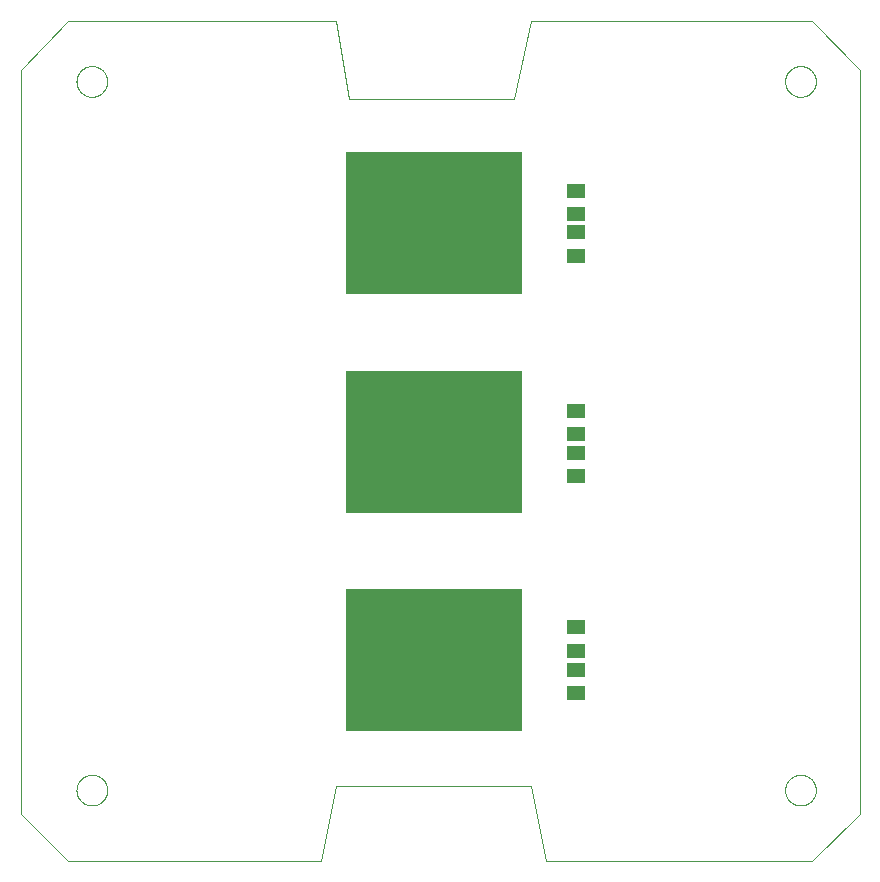
<source format=gbp>
G75*
%MOIN*%
%OFA0B0*%
%FSLAX25Y25*%
%IPPOS*%
%LPD*%
%AMOC8*
5,1,8,0,0,1.08239X$1,22.5*
%
%ADD10C,0.00000*%
%ADD11R,0.05906X0.05118*%
%ADD12R,0.59055X0.47244*%
D10*
X0024471Y0016748D02*
X0024471Y0264780D01*
X0040219Y0281000D01*
X0129471Y0281000D01*
X0133971Y0255000D01*
X0188971Y0255000D01*
X0194471Y0281000D01*
X0288250Y0281000D01*
X0303998Y0264780D01*
X0303998Y0016748D01*
X0288250Y0001000D01*
X0199471Y0001000D01*
X0194471Y0026000D01*
X0129471Y0026000D01*
X0124471Y0001000D01*
X0040219Y0001000D01*
X0024471Y0016748D01*
X0042975Y0024622D02*
X0042977Y0024765D01*
X0042983Y0024908D01*
X0042993Y0025050D01*
X0043007Y0025192D01*
X0043025Y0025334D01*
X0043047Y0025476D01*
X0043072Y0025616D01*
X0043102Y0025756D01*
X0043136Y0025895D01*
X0043173Y0026033D01*
X0043215Y0026170D01*
X0043260Y0026305D01*
X0043309Y0026439D01*
X0043361Y0026572D01*
X0043417Y0026704D01*
X0043477Y0026833D01*
X0043541Y0026961D01*
X0043608Y0027088D01*
X0043679Y0027212D01*
X0043753Y0027334D01*
X0043830Y0027454D01*
X0043911Y0027572D01*
X0043995Y0027688D01*
X0044082Y0027801D01*
X0044172Y0027912D01*
X0044266Y0028020D01*
X0044362Y0028126D01*
X0044461Y0028228D01*
X0044564Y0028328D01*
X0044668Y0028425D01*
X0044776Y0028520D01*
X0044886Y0028611D01*
X0044999Y0028699D01*
X0045114Y0028783D01*
X0045231Y0028865D01*
X0045351Y0028943D01*
X0045472Y0029018D01*
X0045596Y0029090D01*
X0045722Y0029158D01*
X0045849Y0029222D01*
X0045979Y0029283D01*
X0046110Y0029340D01*
X0046242Y0029394D01*
X0046376Y0029443D01*
X0046511Y0029490D01*
X0046648Y0029532D01*
X0046786Y0029570D01*
X0046924Y0029605D01*
X0047064Y0029635D01*
X0047204Y0029662D01*
X0047345Y0029685D01*
X0047487Y0029704D01*
X0047629Y0029719D01*
X0047772Y0029730D01*
X0047914Y0029737D01*
X0048057Y0029740D01*
X0048200Y0029739D01*
X0048343Y0029734D01*
X0048486Y0029725D01*
X0048628Y0029712D01*
X0048770Y0029695D01*
X0048911Y0029674D01*
X0049052Y0029649D01*
X0049192Y0029621D01*
X0049331Y0029588D01*
X0049469Y0029551D01*
X0049606Y0029511D01*
X0049742Y0029467D01*
X0049877Y0029419D01*
X0050010Y0029367D01*
X0050142Y0029312D01*
X0050272Y0029253D01*
X0050401Y0029190D01*
X0050527Y0029124D01*
X0050652Y0029054D01*
X0050775Y0028981D01*
X0050895Y0028905D01*
X0051014Y0028825D01*
X0051130Y0028741D01*
X0051244Y0028655D01*
X0051355Y0028565D01*
X0051464Y0028473D01*
X0051570Y0028377D01*
X0051674Y0028279D01*
X0051775Y0028177D01*
X0051872Y0028073D01*
X0051967Y0027966D01*
X0052059Y0027857D01*
X0052148Y0027745D01*
X0052234Y0027630D01*
X0052316Y0027514D01*
X0052395Y0027394D01*
X0052471Y0027273D01*
X0052543Y0027150D01*
X0052612Y0027025D01*
X0052677Y0026898D01*
X0052739Y0026769D01*
X0052797Y0026638D01*
X0052852Y0026506D01*
X0052902Y0026372D01*
X0052949Y0026237D01*
X0052993Y0026101D01*
X0053032Y0025964D01*
X0053067Y0025825D01*
X0053099Y0025686D01*
X0053127Y0025546D01*
X0053151Y0025405D01*
X0053171Y0025263D01*
X0053187Y0025121D01*
X0053199Y0024979D01*
X0053207Y0024836D01*
X0053211Y0024693D01*
X0053211Y0024551D01*
X0053207Y0024408D01*
X0053199Y0024265D01*
X0053187Y0024123D01*
X0053171Y0023981D01*
X0053151Y0023839D01*
X0053127Y0023698D01*
X0053099Y0023558D01*
X0053067Y0023419D01*
X0053032Y0023280D01*
X0052993Y0023143D01*
X0052949Y0023007D01*
X0052902Y0022872D01*
X0052852Y0022738D01*
X0052797Y0022606D01*
X0052739Y0022475D01*
X0052677Y0022346D01*
X0052612Y0022219D01*
X0052543Y0022094D01*
X0052471Y0021971D01*
X0052395Y0021850D01*
X0052316Y0021730D01*
X0052234Y0021614D01*
X0052148Y0021499D01*
X0052059Y0021387D01*
X0051967Y0021278D01*
X0051872Y0021171D01*
X0051775Y0021067D01*
X0051674Y0020965D01*
X0051570Y0020867D01*
X0051464Y0020771D01*
X0051355Y0020679D01*
X0051244Y0020589D01*
X0051130Y0020503D01*
X0051014Y0020419D01*
X0050895Y0020339D01*
X0050775Y0020263D01*
X0050652Y0020190D01*
X0050527Y0020120D01*
X0050401Y0020054D01*
X0050272Y0019991D01*
X0050142Y0019932D01*
X0050010Y0019877D01*
X0049877Y0019825D01*
X0049742Y0019777D01*
X0049606Y0019733D01*
X0049469Y0019693D01*
X0049331Y0019656D01*
X0049192Y0019623D01*
X0049052Y0019595D01*
X0048911Y0019570D01*
X0048770Y0019549D01*
X0048628Y0019532D01*
X0048486Y0019519D01*
X0048343Y0019510D01*
X0048200Y0019505D01*
X0048057Y0019504D01*
X0047914Y0019507D01*
X0047772Y0019514D01*
X0047629Y0019525D01*
X0047487Y0019540D01*
X0047345Y0019559D01*
X0047204Y0019582D01*
X0047064Y0019609D01*
X0046924Y0019639D01*
X0046786Y0019674D01*
X0046648Y0019712D01*
X0046511Y0019754D01*
X0046376Y0019801D01*
X0046242Y0019850D01*
X0046110Y0019904D01*
X0045979Y0019961D01*
X0045849Y0020022D01*
X0045722Y0020086D01*
X0045596Y0020154D01*
X0045472Y0020226D01*
X0045351Y0020301D01*
X0045231Y0020379D01*
X0045114Y0020461D01*
X0044999Y0020545D01*
X0044886Y0020633D01*
X0044776Y0020724D01*
X0044668Y0020819D01*
X0044564Y0020916D01*
X0044461Y0021016D01*
X0044362Y0021118D01*
X0044266Y0021224D01*
X0044172Y0021332D01*
X0044082Y0021443D01*
X0043995Y0021556D01*
X0043911Y0021672D01*
X0043830Y0021790D01*
X0043753Y0021910D01*
X0043679Y0022032D01*
X0043608Y0022156D01*
X0043541Y0022283D01*
X0043477Y0022411D01*
X0043417Y0022540D01*
X0043361Y0022672D01*
X0043309Y0022805D01*
X0043260Y0022939D01*
X0043215Y0023074D01*
X0043173Y0023211D01*
X0043136Y0023349D01*
X0043102Y0023488D01*
X0043072Y0023628D01*
X0043047Y0023768D01*
X0043025Y0023910D01*
X0043007Y0024052D01*
X0042993Y0024194D01*
X0042983Y0024336D01*
X0042977Y0024479D01*
X0042975Y0024622D01*
X0279195Y0024622D02*
X0279197Y0024765D01*
X0279203Y0024908D01*
X0279213Y0025050D01*
X0279227Y0025192D01*
X0279245Y0025334D01*
X0279267Y0025476D01*
X0279292Y0025616D01*
X0279322Y0025756D01*
X0279356Y0025895D01*
X0279393Y0026033D01*
X0279435Y0026170D01*
X0279480Y0026305D01*
X0279529Y0026439D01*
X0279581Y0026572D01*
X0279637Y0026704D01*
X0279697Y0026833D01*
X0279761Y0026961D01*
X0279828Y0027088D01*
X0279899Y0027212D01*
X0279973Y0027334D01*
X0280050Y0027454D01*
X0280131Y0027572D01*
X0280215Y0027688D01*
X0280302Y0027801D01*
X0280392Y0027912D01*
X0280486Y0028020D01*
X0280582Y0028126D01*
X0280681Y0028228D01*
X0280784Y0028328D01*
X0280888Y0028425D01*
X0280996Y0028520D01*
X0281106Y0028611D01*
X0281219Y0028699D01*
X0281334Y0028783D01*
X0281451Y0028865D01*
X0281571Y0028943D01*
X0281692Y0029018D01*
X0281816Y0029090D01*
X0281942Y0029158D01*
X0282069Y0029222D01*
X0282199Y0029283D01*
X0282330Y0029340D01*
X0282462Y0029394D01*
X0282596Y0029443D01*
X0282731Y0029490D01*
X0282868Y0029532D01*
X0283006Y0029570D01*
X0283144Y0029605D01*
X0283284Y0029635D01*
X0283424Y0029662D01*
X0283565Y0029685D01*
X0283707Y0029704D01*
X0283849Y0029719D01*
X0283992Y0029730D01*
X0284134Y0029737D01*
X0284277Y0029740D01*
X0284420Y0029739D01*
X0284563Y0029734D01*
X0284706Y0029725D01*
X0284848Y0029712D01*
X0284990Y0029695D01*
X0285131Y0029674D01*
X0285272Y0029649D01*
X0285412Y0029621D01*
X0285551Y0029588D01*
X0285689Y0029551D01*
X0285826Y0029511D01*
X0285962Y0029467D01*
X0286097Y0029419D01*
X0286230Y0029367D01*
X0286362Y0029312D01*
X0286492Y0029253D01*
X0286621Y0029190D01*
X0286747Y0029124D01*
X0286872Y0029054D01*
X0286995Y0028981D01*
X0287115Y0028905D01*
X0287234Y0028825D01*
X0287350Y0028741D01*
X0287464Y0028655D01*
X0287575Y0028565D01*
X0287684Y0028473D01*
X0287790Y0028377D01*
X0287894Y0028279D01*
X0287995Y0028177D01*
X0288092Y0028073D01*
X0288187Y0027966D01*
X0288279Y0027857D01*
X0288368Y0027745D01*
X0288454Y0027630D01*
X0288536Y0027514D01*
X0288615Y0027394D01*
X0288691Y0027273D01*
X0288763Y0027150D01*
X0288832Y0027025D01*
X0288897Y0026898D01*
X0288959Y0026769D01*
X0289017Y0026638D01*
X0289072Y0026506D01*
X0289122Y0026372D01*
X0289169Y0026237D01*
X0289213Y0026101D01*
X0289252Y0025964D01*
X0289287Y0025825D01*
X0289319Y0025686D01*
X0289347Y0025546D01*
X0289371Y0025405D01*
X0289391Y0025263D01*
X0289407Y0025121D01*
X0289419Y0024979D01*
X0289427Y0024836D01*
X0289431Y0024693D01*
X0289431Y0024551D01*
X0289427Y0024408D01*
X0289419Y0024265D01*
X0289407Y0024123D01*
X0289391Y0023981D01*
X0289371Y0023839D01*
X0289347Y0023698D01*
X0289319Y0023558D01*
X0289287Y0023419D01*
X0289252Y0023280D01*
X0289213Y0023143D01*
X0289169Y0023007D01*
X0289122Y0022872D01*
X0289072Y0022738D01*
X0289017Y0022606D01*
X0288959Y0022475D01*
X0288897Y0022346D01*
X0288832Y0022219D01*
X0288763Y0022094D01*
X0288691Y0021971D01*
X0288615Y0021850D01*
X0288536Y0021730D01*
X0288454Y0021614D01*
X0288368Y0021499D01*
X0288279Y0021387D01*
X0288187Y0021278D01*
X0288092Y0021171D01*
X0287995Y0021067D01*
X0287894Y0020965D01*
X0287790Y0020867D01*
X0287684Y0020771D01*
X0287575Y0020679D01*
X0287464Y0020589D01*
X0287350Y0020503D01*
X0287234Y0020419D01*
X0287115Y0020339D01*
X0286995Y0020263D01*
X0286872Y0020190D01*
X0286747Y0020120D01*
X0286621Y0020054D01*
X0286492Y0019991D01*
X0286362Y0019932D01*
X0286230Y0019877D01*
X0286097Y0019825D01*
X0285962Y0019777D01*
X0285826Y0019733D01*
X0285689Y0019693D01*
X0285551Y0019656D01*
X0285412Y0019623D01*
X0285272Y0019595D01*
X0285131Y0019570D01*
X0284990Y0019549D01*
X0284848Y0019532D01*
X0284706Y0019519D01*
X0284563Y0019510D01*
X0284420Y0019505D01*
X0284277Y0019504D01*
X0284134Y0019507D01*
X0283992Y0019514D01*
X0283849Y0019525D01*
X0283707Y0019540D01*
X0283565Y0019559D01*
X0283424Y0019582D01*
X0283284Y0019609D01*
X0283144Y0019639D01*
X0283006Y0019674D01*
X0282868Y0019712D01*
X0282731Y0019754D01*
X0282596Y0019801D01*
X0282462Y0019850D01*
X0282330Y0019904D01*
X0282199Y0019961D01*
X0282069Y0020022D01*
X0281942Y0020086D01*
X0281816Y0020154D01*
X0281692Y0020226D01*
X0281571Y0020301D01*
X0281451Y0020379D01*
X0281334Y0020461D01*
X0281219Y0020545D01*
X0281106Y0020633D01*
X0280996Y0020724D01*
X0280888Y0020819D01*
X0280784Y0020916D01*
X0280681Y0021016D01*
X0280582Y0021118D01*
X0280486Y0021224D01*
X0280392Y0021332D01*
X0280302Y0021443D01*
X0280215Y0021556D01*
X0280131Y0021672D01*
X0280050Y0021790D01*
X0279973Y0021910D01*
X0279899Y0022032D01*
X0279828Y0022156D01*
X0279761Y0022283D01*
X0279697Y0022411D01*
X0279637Y0022540D01*
X0279581Y0022672D01*
X0279529Y0022805D01*
X0279480Y0022939D01*
X0279435Y0023074D01*
X0279393Y0023211D01*
X0279356Y0023349D01*
X0279322Y0023488D01*
X0279292Y0023628D01*
X0279267Y0023768D01*
X0279245Y0023910D01*
X0279227Y0024052D01*
X0279213Y0024194D01*
X0279203Y0024336D01*
X0279197Y0024479D01*
X0279195Y0024622D01*
X0279195Y0260843D02*
X0279197Y0260986D01*
X0279203Y0261129D01*
X0279213Y0261271D01*
X0279227Y0261413D01*
X0279245Y0261555D01*
X0279267Y0261697D01*
X0279292Y0261837D01*
X0279322Y0261977D01*
X0279356Y0262116D01*
X0279393Y0262254D01*
X0279435Y0262391D01*
X0279480Y0262526D01*
X0279529Y0262660D01*
X0279581Y0262793D01*
X0279637Y0262925D01*
X0279697Y0263054D01*
X0279761Y0263182D01*
X0279828Y0263309D01*
X0279899Y0263433D01*
X0279973Y0263555D01*
X0280050Y0263675D01*
X0280131Y0263793D01*
X0280215Y0263909D01*
X0280302Y0264022D01*
X0280392Y0264133D01*
X0280486Y0264241D01*
X0280582Y0264347D01*
X0280681Y0264449D01*
X0280784Y0264549D01*
X0280888Y0264646D01*
X0280996Y0264741D01*
X0281106Y0264832D01*
X0281219Y0264920D01*
X0281334Y0265004D01*
X0281451Y0265086D01*
X0281571Y0265164D01*
X0281692Y0265239D01*
X0281816Y0265311D01*
X0281942Y0265379D01*
X0282069Y0265443D01*
X0282199Y0265504D01*
X0282330Y0265561D01*
X0282462Y0265615D01*
X0282596Y0265664D01*
X0282731Y0265711D01*
X0282868Y0265753D01*
X0283006Y0265791D01*
X0283144Y0265826D01*
X0283284Y0265856D01*
X0283424Y0265883D01*
X0283565Y0265906D01*
X0283707Y0265925D01*
X0283849Y0265940D01*
X0283992Y0265951D01*
X0284134Y0265958D01*
X0284277Y0265961D01*
X0284420Y0265960D01*
X0284563Y0265955D01*
X0284706Y0265946D01*
X0284848Y0265933D01*
X0284990Y0265916D01*
X0285131Y0265895D01*
X0285272Y0265870D01*
X0285412Y0265842D01*
X0285551Y0265809D01*
X0285689Y0265772D01*
X0285826Y0265732D01*
X0285962Y0265688D01*
X0286097Y0265640D01*
X0286230Y0265588D01*
X0286362Y0265533D01*
X0286492Y0265474D01*
X0286621Y0265411D01*
X0286747Y0265345D01*
X0286872Y0265275D01*
X0286995Y0265202D01*
X0287115Y0265126D01*
X0287234Y0265046D01*
X0287350Y0264962D01*
X0287464Y0264876D01*
X0287575Y0264786D01*
X0287684Y0264694D01*
X0287790Y0264598D01*
X0287894Y0264500D01*
X0287995Y0264398D01*
X0288092Y0264294D01*
X0288187Y0264187D01*
X0288279Y0264078D01*
X0288368Y0263966D01*
X0288454Y0263851D01*
X0288536Y0263735D01*
X0288615Y0263615D01*
X0288691Y0263494D01*
X0288763Y0263371D01*
X0288832Y0263246D01*
X0288897Y0263119D01*
X0288959Y0262990D01*
X0289017Y0262859D01*
X0289072Y0262727D01*
X0289122Y0262593D01*
X0289169Y0262458D01*
X0289213Y0262322D01*
X0289252Y0262185D01*
X0289287Y0262046D01*
X0289319Y0261907D01*
X0289347Y0261767D01*
X0289371Y0261626D01*
X0289391Y0261484D01*
X0289407Y0261342D01*
X0289419Y0261200D01*
X0289427Y0261057D01*
X0289431Y0260914D01*
X0289431Y0260772D01*
X0289427Y0260629D01*
X0289419Y0260486D01*
X0289407Y0260344D01*
X0289391Y0260202D01*
X0289371Y0260060D01*
X0289347Y0259919D01*
X0289319Y0259779D01*
X0289287Y0259640D01*
X0289252Y0259501D01*
X0289213Y0259364D01*
X0289169Y0259228D01*
X0289122Y0259093D01*
X0289072Y0258959D01*
X0289017Y0258827D01*
X0288959Y0258696D01*
X0288897Y0258567D01*
X0288832Y0258440D01*
X0288763Y0258315D01*
X0288691Y0258192D01*
X0288615Y0258071D01*
X0288536Y0257951D01*
X0288454Y0257835D01*
X0288368Y0257720D01*
X0288279Y0257608D01*
X0288187Y0257499D01*
X0288092Y0257392D01*
X0287995Y0257288D01*
X0287894Y0257186D01*
X0287790Y0257088D01*
X0287684Y0256992D01*
X0287575Y0256900D01*
X0287464Y0256810D01*
X0287350Y0256724D01*
X0287234Y0256640D01*
X0287115Y0256560D01*
X0286995Y0256484D01*
X0286872Y0256411D01*
X0286747Y0256341D01*
X0286621Y0256275D01*
X0286492Y0256212D01*
X0286362Y0256153D01*
X0286230Y0256098D01*
X0286097Y0256046D01*
X0285962Y0255998D01*
X0285826Y0255954D01*
X0285689Y0255914D01*
X0285551Y0255877D01*
X0285412Y0255844D01*
X0285272Y0255816D01*
X0285131Y0255791D01*
X0284990Y0255770D01*
X0284848Y0255753D01*
X0284706Y0255740D01*
X0284563Y0255731D01*
X0284420Y0255726D01*
X0284277Y0255725D01*
X0284134Y0255728D01*
X0283992Y0255735D01*
X0283849Y0255746D01*
X0283707Y0255761D01*
X0283565Y0255780D01*
X0283424Y0255803D01*
X0283284Y0255830D01*
X0283144Y0255860D01*
X0283006Y0255895D01*
X0282868Y0255933D01*
X0282731Y0255975D01*
X0282596Y0256022D01*
X0282462Y0256071D01*
X0282330Y0256125D01*
X0282199Y0256182D01*
X0282069Y0256243D01*
X0281942Y0256307D01*
X0281816Y0256375D01*
X0281692Y0256447D01*
X0281571Y0256522D01*
X0281451Y0256600D01*
X0281334Y0256682D01*
X0281219Y0256766D01*
X0281106Y0256854D01*
X0280996Y0256945D01*
X0280888Y0257040D01*
X0280784Y0257137D01*
X0280681Y0257237D01*
X0280582Y0257339D01*
X0280486Y0257445D01*
X0280392Y0257553D01*
X0280302Y0257664D01*
X0280215Y0257777D01*
X0280131Y0257893D01*
X0280050Y0258011D01*
X0279973Y0258131D01*
X0279899Y0258253D01*
X0279828Y0258377D01*
X0279761Y0258504D01*
X0279697Y0258632D01*
X0279637Y0258761D01*
X0279581Y0258893D01*
X0279529Y0259026D01*
X0279480Y0259160D01*
X0279435Y0259295D01*
X0279393Y0259432D01*
X0279356Y0259570D01*
X0279322Y0259709D01*
X0279292Y0259849D01*
X0279267Y0259989D01*
X0279245Y0260131D01*
X0279227Y0260273D01*
X0279213Y0260415D01*
X0279203Y0260557D01*
X0279197Y0260700D01*
X0279195Y0260843D01*
X0042975Y0260843D02*
X0042977Y0260986D01*
X0042983Y0261129D01*
X0042993Y0261271D01*
X0043007Y0261413D01*
X0043025Y0261555D01*
X0043047Y0261697D01*
X0043072Y0261837D01*
X0043102Y0261977D01*
X0043136Y0262116D01*
X0043173Y0262254D01*
X0043215Y0262391D01*
X0043260Y0262526D01*
X0043309Y0262660D01*
X0043361Y0262793D01*
X0043417Y0262925D01*
X0043477Y0263054D01*
X0043541Y0263182D01*
X0043608Y0263309D01*
X0043679Y0263433D01*
X0043753Y0263555D01*
X0043830Y0263675D01*
X0043911Y0263793D01*
X0043995Y0263909D01*
X0044082Y0264022D01*
X0044172Y0264133D01*
X0044266Y0264241D01*
X0044362Y0264347D01*
X0044461Y0264449D01*
X0044564Y0264549D01*
X0044668Y0264646D01*
X0044776Y0264741D01*
X0044886Y0264832D01*
X0044999Y0264920D01*
X0045114Y0265004D01*
X0045231Y0265086D01*
X0045351Y0265164D01*
X0045472Y0265239D01*
X0045596Y0265311D01*
X0045722Y0265379D01*
X0045849Y0265443D01*
X0045979Y0265504D01*
X0046110Y0265561D01*
X0046242Y0265615D01*
X0046376Y0265664D01*
X0046511Y0265711D01*
X0046648Y0265753D01*
X0046786Y0265791D01*
X0046924Y0265826D01*
X0047064Y0265856D01*
X0047204Y0265883D01*
X0047345Y0265906D01*
X0047487Y0265925D01*
X0047629Y0265940D01*
X0047772Y0265951D01*
X0047914Y0265958D01*
X0048057Y0265961D01*
X0048200Y0265960D01*
X0048343Y0265955D01*
X0048486Y0265946D01*
X0048628Y0265933D01*
X0048770Y0265916D01*
X0048911Y0265895D01*
X0049052Y0265870D01*
X0049192Y0265842D01*
X0049331Y0265809D01*
X0049469Y0265772D01*
X0049606Y0265732D01*
X0049742Y0265688D01*
X0049877Y0265640D01*
X0050010Y0265588D01*
X0050142Y0265533D01*
X0050272Y0265474D01*
X0050401Y0265411D01*
X0050527Y0265345D01*
X0050652Y0265275D01*
X0050775Y0265202D01*
X0050895Y0265126D01*
X0051014Y0265046D01*
X0051130Y0264962D01*
X0051244Y0264876D01*
X0051355Y0264786D01*
X0051464Y0264694D01*
X0051570Y0264598D01*
X0051674Y0264500D01*
X0051775Y0264398D01*
X0051872Y0264294D01*
X0051967Y0264187D01*
X0052059Y0264078D01*
X0052148Y0263966D01*
X0052234Y0263851D01*
X0052316Y0263735D01*
X0052395Y0263615D01*
X0052471Y0263494D01*
X0052543Y0263371D01*
X0052612Y0263246D01*
X0052677Y0263119D01*
X0052739Y0262990D01*
X0052797Y0262859D01*
X0052852Y0262727D01*
X0052902Y0262593D01*
X0052949Y0262458D01*
X0052993Y0262322D01*
X0053032Y0262185D01*
X0053067Y0262046D01*
X0053099Y0261907D01*
X0053127Y0261767D01*
X0053151Y0261626D01*
X0053171Y0261484D01*
X0053187Y0261342D01*
X0053199Y0261200D01*
X0053207Y0261057D01*
X0053211Y0260914D01*
X0053211Y0260772D01*
X0053207Y0260629D01*
X0053199Y0260486D01*
X0053187Y0260344D01*
X0053171Y0260202D01*
X0053151Y0260060D01*
X0053127Y0259919D01*
X0053099Y0259779D01*
X0053067Y0259640D01*
X0053032Y0259501D01*
X0052993Y0259364D01*
X0052949Y0259228D01*
X0052902Y0259093D01*
X0052852Y0258959D01*
X0052797Y0258827D01*
X0052739Y0258696D01*
X0052677Y0258567D01*
X0052612Y0258440D01*
X0052543Y0258315D01*
X0052471Y0258192D01*
X0052395Y0258071D01*
X0052316Y0257951D01*
X0052234Y0257835D01*
X0052148Y0257720D01*
X0052059Y0257608D01*
X0051967Y0257499D01*
X0051872Y0257392D01*
X0051775Y0257288D01*
X0051674Y0257186D01*
X0051570Y0257088D01*
X0051464Y0256992D01*
X0051355Y0256900D01*
X0051244Y0256810D01*
X0051130Y0256724D01*
X0051014Y0256640D01*
X0050895Y0256560D01*
X0050775Y0256484D01*
X0050652Y0256411D01*
X0050527Y0256341D01*
X0050401Y0256275D01*
X0050272Y0256212D01*
X0050142Y0256153D01*
X0050010Y0256098D01*
X0049877Y0256046D01*
X0049742Y0255998D01*
X0049606Y0255954D01*
X0049469Y0255914D01*
X0049331Y0255877D01*
X0049192Y0255844D01*
X0049052Y0255816D01*
X0048911Y0255791D01*
X0048770Y0255770D01*
X0048628Y0255753D01*
X0048486Y0255740D01*
X0048343Y0255731D01*
X0048200Y0255726D01*
X0048057Y0255725D01*
X0047914Y0255728D01*
X0047772Y0255735D01*
X0047629Y0255746D01*
X0047487Y0255761D01*
X0047345Y0255780D01*
X0047204Y0255803D01*
X0047064Y0255830D01*
X0046924Y0255860D01*
X0046786Y0255895D01*
X0046648Y0255933D01*
X0046511Y0255975D01*
X0046376Y0256022D01*
X0046242Y0256071D01*
X0046110Y0256125D01*
X0045979Y0256182D01*
X0045849Y0256243D01*
X0045722Y0256307D01*
X0045596Y0256375D01*
X0045472Y0256447D01*
X0045351Y0256522D01*
X0045231Y0256600D01*
X0045114Y0256682D01*
X0044999Y0256766D01*
X0044886Y0256854D01*
X0044776Y0256945D01*
X0044668Y0257040D01*
X0044564Y0257137D01*
X0044461Y0257237D01*
X0044362Y0257339D01*
X0044266Y0257445D01*
X0044172Y0257553D01*
X0044082Y0257664D01*
X0043995Y0257777D01*
X0043911Y0257893D01*
X0043830Y0258011D01*
X0043753Y0258131D01*
X0043679Y0258253D01*
X0043608Y0258377D01*
X0043541Y0258504D01*
X0043477Y0258632D01*
X0043417Y0258761D01*
X0043361Y0258893D01*
X0043309Y0259026D01*
X0043260Y0259160D01*
X0043215Y0259295D01*
X0043173Y0259432D01*
X0043136Y0259570D01*
X0043102Y0259709D01*
X0043072Y0259849D01*
X0043047Y0259989D01*
X0043025Y0260131D01*
X0043007Y0260273D01*
X0042993Y0260415D01*
X0042983Y0260557D01*
X0042977Y0260700D01*
X0042975Y0260843D01*
D11*
X0209510Y0224386D03*
X0209510Y0216512D03*
X0209510Y0210646D03*
X0209510Y0202772D03*
X0209510Y0151039D03*
X0209510Y0143165D03*
X0209510Y0137142D03*
X0209510Y0129268D03*
X0209510Y0078874D03*
X0209510Y0071000D03*
X0209510Y0064819D03*
X0209510Y0056945D03*
D12*
X0162266Y0067929D03*
X0162266Y0140764D03*
X0162266Y0213598D03*
M02*

</source>
